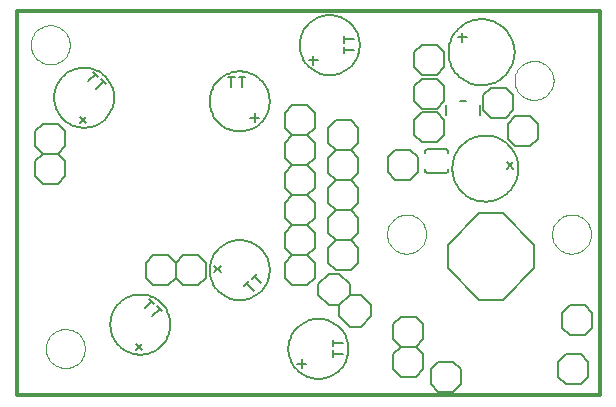
<source format=gto>
G75*
%MOIN*%
%OFA0B0*%
%FSLAX24Y24*%
%IPPOS*%
%LPD*%
%AMOC8*
5,1,8,0,0,1.08239X$1,22.5*
%
%ADD10C,0.0125*%
%ADD11C,0.0060*%
%ADD12C,0.0050*%
%ADD13C,0.0000*%
%ADD14C,0.0080*%
D10*
X000653Y001298D02*
X000653Y014098D01*
X020088Y014098D01*
X020088Y001298D01*
X000653Y001298D01*
D11*
X004636Y002812D02*
X004849Y003024D01*
X004849Y002812D02*
X004636Y003024D01*
X003778Y003660D02*
X003780Y003723D01*
X003786Y003785D01*
X003796Y003847D01*
X003809Y003909D01*
X003827Y003969D01*
X003848Y004028D01*
X003873Y004086D01*
X003902Y004142D01*
X003934Y004196D01*
X003969Y004248D01*
X004007Y004297D01*
X004049Y004345D01*
X004093Y004389D01*
X004141Y004431D01*
X004190Y004469D01*
X004242Y004504D01*
X004296Y004536D01*
X004352Y004565D01*
X004410Y004590D01*
X004469Y004611D01*
X004529Y004629D01*
X004591Y004642D01*
X004653Y004652D01*
X004715Y004658D01*
X004778Y004660D01*
X004841Y004658D01*
X004903Y004652D01*
X004965Y004642D01*
X005027Y004629D01*
X005087Y004611D01*
X005146Y004590D01*
X005204Y004565D01*
X005260Y004536D01*
X005314Y004504D01*
X005366Y004469D01*
X005415Y004431D01*
X005463Y004389D01*
X005507Y004345D01*
X005549Y004297D01*
X005587Y004248D01*
X005622Y004196D01*
X005654Y004142D01*
X005683Y004086D01*
X005708Y004028D01*
X005729Y003969D01*
X005747Y003909D01*
X005760Y003847D01*
X005770Y003785D01*
X005776Y003723D01*
X005778Y003660D01*
X005776Y003597D01*
X005770Y003535D01*
X005760Y003473D01*
X005747Y003411D01*
X005729Y003351D01*
X005708Y003292D01*
X005683Y003234D01*
X005654Y003178D01*
X005622Y003124D01*
X005587Y003072D01*
X005549Y003023D01*
X005507Y002975D01*
X005463Y002931D01*
X005415Y002889D01*
X005366Y002851D01*
X005314Y002816D01*
X005260Y002784D01*
X005204Y002755D01*
X005146Y002730D01*
X005087Y002709D01*
X005027Y002691D01*
X004965Y002678D01*
X004903Y002668D01*
X004841Y002662D01*
X004778Y002660D01*
X004715Y002662D01*
X004653Y002668D01*
X004591Y002678D01*
X004529Y002691D01*
X004469Y002709D01*
X004410Y002730D01*
X004352Y002755D01*
X004296Y002784D01*
X004242Y002816D01*
X004190Y002851D01*
X004141Y002889D01*
X004093Y002931D01*
X004049Y002975D01*
X004007Y003023D01*
X003969Y003072D01*
X003934Y003124D01*
X003902Y003178D01*
X003873Y003234D01*
X003848Y003292D01*
X003827Y003351D01*
X003809Y003411D01*
X003796Y003473D01*
X003786Y003535D01*
X003780Y003597D01*
X003778Y003660D01*
X005215Y004973D02*
X004965Y005223D01*
X004965Y005723D01*
X005215Y005973D01*
X005715Y005973D01*
X005965Y005723D01*
X006215Y005973D01*
X006715Y005973D01*
X006965Y005723D01*
X006965Y005223D01*
X006715Y004973D01*
X006215Y004973D01*
X005965Y005223D01*
X005715Y004973D01*
X005215Y004973D01*
X005965Y005223D02*
X005965Y005723D01*
X007242Y005614D02*
X007454Y005402D01*
X007454Y005614D02*
X007242Y005402D01*
X007090Y005473D02*
X007092Y005536D01*
X007098Y005598D01*
X007108Y005660D01*
X007121Y005722D01*
X007139Y005782D01*
X007160Y005841D01*
X007185Y005899D01*
X007214Y005955D01*
X007246Y006009D01*
X007281Y006061D01*
X007319Y006110D01*
X007361Y006158D01*
X007405Y006202D01*
X007453Y006244D01*
X007502Y006282D01*
X007554Y006317D01*
X007608Y006349D01*
X007664Y006378D01*
X007722Y006403D01*
X007781Y006424D01*
X007841Y006442D01*
X007903Y006455D01*
X007965Y006465D01*
X008027Y006471D01*
X008090Y006473D01*
X008153Y006471D01*
X008215Y006465D01*
X008277Y006455D01*
X008339Y006442D01*
X008399Y006424D01*
X008458Y006403D01*
X008516Y006378D01*
X008572Y006349D01*
X008626Y006317D01*
X008678Y006282D01*
X008727Y006244D01*
X008775Y006202D01*
X008819Y006158D01*
X008861Y006110D01*
X008899Y006061D01*
X008934Y006009D01*
X008966Y005955D01*
X008995Y005899D01*
X009020Y005841D01*
X009041Y005782D01*
X009059Y005722D01*
X009072Y005660D01*
X009082Y005598D01*
X009088Y005536D01*
X009090Y005473D01*
X009088Y005410D01*
X009082Y005348D01*
X009072Y005286D01*
X009059Y005224D01*
X009041Y005164D01*
X009020Y005105D01*
X008995Y005047D01*
X008966Y004991D01*
X008934Y004937D01*
X008899Y004885D01*
X008861Y004836D01*
X008819Y004788D01*
X008775Y004744D01*
X008727Y004702D01*
X008678Y004664D01*
X008626Y004629D01*
X008572Y004597D01*
X008516Y004568D01*
X008458Y004543D01*
X008399Y004522D01*
X008339Y004504D01*
X008277Y004491D01*
X008215Y004481D01*
X008153Y004475D01*
X008090Y004473D01*
X008027Y004475D01*
X007965Y004481D01*
X007903Y004491D01*
X007841Y004504D01*
X007781Y004522D01*
X007722Y004543D01*
X007664Y004568D01*
X007608Y004597D01*
X007554Y004629D01*
X007502Y004664D01*
X007453Y004702D01*
X007405Y004744D01*
X007361Y004788D01*
X007319Y004836D01*
X007281Y004885D01*
X007246Y004937D01*
X007214Y004991D01*
X007185Y005047D01*
X007160Y005105D01*
X007139Y005164D01*
X007121Y005224D01*
X007108Y005286D01*
X007098Y005348D01*
X007092Y005410D01*
X007090Y005473D01*
X009590Y005223D02*
X009590Y005723D01*
X009840Y005973D01*
X009590Y006223D01*
X009590Y006723D01*
X009840Y006973D01*
X009590Y007223D01*
X009590Y007723D01*
X009840Y007973D01*
X009590Y008223D01*
X009590Y008723D01*
X009840Y008973D01*
X009590Y009223D01*
X009590Y009723D01*
X009840Y009973D01*
X009590Y010223D01*
X009590Y010723D01*
X009840Y010973D01*
X010340Y010973D01*
X010590Y010723D01*
X010590Y010223D01*
X010340Y009973D01*
X010590Y009723D01*
X010590Y009223D01*
X010340Y008973D01*
X009840Y008973D01*
X010340Y008973D02*
X010590Y008723D01*
X010590Y008223D01*
X010340Y007973D01*
X010590Y007723D01*
X010590Y007223D01*
X010340Y006973D01*
X010590Y006723D01*
X010590Y006223D01*
X010340Y005973D01*
X010590Y005723D01*
X010590Y005223D01*
X010340Y004973D01*
X009840Y004973D01*
X009590Y005223D01*
X009840Y005973D02*
X010340Y005973D01*
X011040Y005723D02*
X011040Y006223D01*
X011290Y006473D01*
X011040Y006723D01*
X011040Y007223D01*
X011290Y007473D01*
X011040Y007723D01*
X011040Y008223D01*
X011290Y008473D01*
X011040Y008723D01*
X011040Y009223D01*
X011290Y009473D01*
X011040Y009723D01*
X011040Y010223D01*
X011290Y010473D01*
X011790Y010473D01*
X012040Y010223D01*
X012040Y009723D01*
X011790Y009473D01*
X012040Y009223D01*
X012040Y008723D01*
X011790Y008473D01*
X011290Y008473D01*
X011790Y008473D02*
X012040Y008223D01*
X012040Y007723D01*
X011790Y007473D01*
X012040Y007223D01*
X012040Y006723D01*
X011790Y006473D01*
X012040Y006223D01*
X012040Y005723D01*
X011790Y005473D01*
X011290Y005473D01*
X011040Y005723D01*
X011060Y005357D02*
X011414Y005357D01*
X011767Y005003D01*
X011767Y004650D01*
X012121Y004650D01*
X012474Y004296D01*
X012474Y003943D01*
X012121Y003589D01*
X011767Y003589D01*
X011414Y003943D01*
X011414Y004296D01*
X011060Y004296D01*
X010707Y004650D01*
X010707Y005003D01*
X011060Y005357D01*
X011767Y004650D02*
X011414Y004296D01*
X013215Y003673D02*
X013215Y003173D01*
X013465Y002923D01*
X013965Y002923D01*
X014215Y003173D01*
X014215Y003673D01*
X013965Y003923D01*
X013465Y003923D01*
X013215Y003673D01*
X013465Y002923D02*
X013215Y002673D01*
X013215Y002173D01*
X013465Y001923D01*
X013965Y001923D01*
X014215Y002173D01*
X014215Y002673D01*
X013965Y002923D01*
X014715Y002423D02*
X014465Y002173D01*
X014465Y001673D01*
X014715Y001423D01*
X015215Y001423D01*
X015465Y001673D01*
X015465Y002173D01*
X015215Y002423D01*
X014715Y002423D01*
X018715Y002423D02*
X018715Y001923D01*
X018965Y001673D01*
X019465Y001673D01*
X019715Y001923D01*
X019715Y002423D01*
X019465Y002673D01*
X018965Y002673D01*
X018715Y002423D01*
X019090Y003298D02*
X019590Y003298D01*
X019840Y003548D01*
X019840Y004048D01*
X019590Y004298D01*
X019090Y004298D01*
X018840Y004048D01*
X018840Y003548D01*
X019090Y003298D01*
X013778Y008485D02*
X013278Y008485D01*
X013028Y008735D01*
X013028Y009235D01*
X013278Y009485D01*
X013778Y009485D01*
X014028Y009235D01*
X014028Y008735D01*
X013778Y008485D01*
X014153Y009735D02*
X014653Y009735D01*
X014903Y009985D01*
X014903Y010485D01*
X014653Y010735D01*
X014153Y010735D01*
X013903Y010485D01*
X013903Y009985D01*
X014153Y009735D01*
X014153Y010860D02*
X014653Y010860D01*
X014903Y011110D01*
X014903Y011610D01*
X014653Y011860D01*
X014153Y011860D01*
X013903Y011610D01*
X013903Y011110D01*
X014153Y010860D01*
X014153Y011985D02*
X014653Y011985D01*
X014903Y012235D01*
X014903Y012735D01*
X014653Y012985D01*
X014153Y012985D01*
X013903Y012735D01*
X013903Y012235D01*
X014153Y011985D01*
X015503Y013085D02*
X015503Y013235D01*
X015503Y013385D01*
X015503Y013235D02*
X015353Y013235D01*
X015503Y013235D02*
X015653Y013235D01*
X015053Y012735D02*
X015055Y012801D01*
X015061Y012866D01*
X015071Y012931D01*
X015084Y012996D01*
X015102Y013059D01*
X015123Y013122D01*
X015148Y013182D01*
X015177Y013242D01*
X015209Y013299D01*
X015244Y013355D01*
X015283Y013408D01*
X015325Y013459D01*
X015369Y013507D01*
X015417Y013552D01*
X015467Y013595D01*
X015520Y013634D01*
X015575Y013671D01*
X015632Y013704D01*
X015691Y013733D01*
X015751Y013759D01*
X015813Y013781D01*
X015876Y013800D01*
X015940Y013814D01*
X016005Y013825D01*
X016071Y013832D01*
X016137Y013835D01*
X016202Y013834D01*
X016268Y013829D01*
X016333Y013820D01*
X016398Y013807D01*
X016461Y013791D01*
X016524Y013771D01*
X016585Y013746D01*
X016645Y013719D01*
X016703Y013688D01*
X016759Y013653D01*
X016813Y013615D01*
X016864Y013574D01*
X016913Y013530D01*
X016959Y013483D01*
X017003Y013434D01*
X017043Y013382D01*
X017080Y013327D01*
X017114Y013271D01*
X017144Y013212D01*
X017171Y013152D01*
X017194Y013091D01*
X017213Y013028D01*
X017229Y012964D01*
X017241Y012899D01*
X017249Y012834D01*
X017253Y012768D01*
X017253Y012702D01*
X017249Y012636D01*
X017241Y012571D01*
X017229Y012506D01*
X017213Y012442D01*
X017194Y012379D01*
X017171Y012318D01*
X017144Y012258D01*
X017114Y012199D01*
X017080Y012143D01*
X017043Y012088D01*
X017003Y012036D01*
X016959Y011987D01*
X016913Y011940D01*
X016864Y011896D01*
X016813Y011855D01*
X016759Y011817D01*
X016703Y011782D01*
X016645Y011751D01*
X016585Y011724D01*
X016524Y011699D01*
X016461Y011679D01*
X016398Y011663D01*
X016333Y011650D01*
X016268Y011641D01*
X016202Y011636D01*
X016137Y011635D01*
X016071Y011638D01*
X016005Y011645D01*
X015940Y011656D01*
X015876Y011670D01*
X015813Y011689D01*
X015751Y011711D01*
X015691Y011737D01*
X015632Y011766D01*
X015575Y011799D01*
X015520Y011836D01*
X015467Y011875D01*
X015417Y011918D01*
X015369Y011963D01*
X015325Y012011D01*
X015283Y012062D01*
X015244Y012115D01*
X015209Y012171D01*
X015177Y012228D01*
X015148Y012288D01*
X015123Y012348D01*
X015102Y012411D01*
X015084Y012474D01*
X015071Y012539D01*
X015061Y012604D01*
X015055Y012669D01*
X015053Y012735D01*
X016465Y011548D02*
X016215Y011298D01*
X016215Y010798D01*
X016465Y010548D01*
X016965Y010548D01*
X017215Y010798D01*
X017215Y011298D01*
X016965Y011548D01*
X016465Y011548D01*
X017278Y010610D02*
X017028Y010360D01*
X017028Y009860D01*
X017278Y009610D01*
X017778Y009610D01*
X018028Y009860D01*
X018028Y010360D01*
X017778Y010610D01*
X017278Y010610D01*
X017197Y009073D02*
X017091Y008967D01*
X017197Y008860D01*
X017091Y008967D02*
X016985Y008860D01*
X017091Y008967D02*
X016985Y009073D01*
X015178Y008860D02*
X015180Y008926D01*
X015186Y008991D01*
X015196Y009056D01*
X015209Y009121D01*
X015227Y009184D01*
X015248Y009247D01*
X015273Y009307D01*
X015302Y009367D01*
X015334Y009424D01*
X015369Y009480D01*
X015408Y009533D01*
X015450Y009584D01*
X015494Y009632D01*
X015542Y009677D01*
X015592Y009720D01*
X015645Y009759D01*
X015700Y009796D01*
X015757Y009829D01*
X015816Y009858D01*
X015876Y009884D01*
X015938Y009906D01*
X016001Y009925D01*
X016065Y009939D01*
X016130Y009950D01*
X016196Y009957D01*
X016262Y009960D01*
X016327Y009959D01*
X016393Y009954D01*
X016458Y009945D01*
X016523Y009932D01*
X016586Y009916D01*
X016649Y009896D01*
X016710Y009871D01*
X016770Y009844D01*
X016828Y009813D01*
X016884Y009778D01*
X016938Y009740D01*
X016989Y009699D01*
X017038Y009655D01*
X017084Y009608D01*
X017128Y009559D01*
X017168Y009507D01*
X017205Y009452D01*
X017239Y009396D01*
X017269Y009337D01*
X017296Y009277D01*
X017319Y009216D01*
X017338Y009153D01*
X017354Y009089D01*
X017366Y009024D01*
X017374Y008959D01*
X017378Y008893D01*
X017378Y008827D01*
X017374Y008761D01*
X017366Y008696D01*
X017354Y008631D01*
X017338Y008567D01*
X017319Y008504D01*
X017296Y008443D01*
X017269Y008383D01*
X017239Y008324D01*
X017205Y008268D01*
X017168Y008213D01*
X017128Y008161D01*
X017084Y008112D01*
X017038Y008065D01*
X016989Y008021D01*
X016938Y007980D01*
X016884Y007942D01*
X016828Y007907D01*
X016770Y007876D01*
X016710Y007849D01*
X016649Y007824D01*
X016586Y007804D01*
X016523Y007788D01*
X016458Y007775D01*
X016393Y007766D01*
X016327Y007761D01*
X016262Y007760D01*
X016196Y007763D01*
X016130Y007770D01*
X016065Y007781D01*
X016001Y007795D01*
X015938Y007814D01*
X015876Y007836D01*
X015816Y007862D01*
X015757Y007891D01*
X015700Y007924D01*
X015645Y007961D01*
X015592Y008000D01*
X015542Y008043D01*
X015494Y008088D01*
X015450Y008136D01*
X015408Y008187D01*
X015369Y008240D01*
X015334Y008296D01*
X015302Y008353D01*
X015273Y008413D01*
X015248Y008473D01*
X015227Y008536D01*
X015209Y008599D01*
X015196Y008664D01*
X015186Y008729D01*
X015180Y008794D01*
X015178Y008860D01*
X011790Y009473D02*
X011290Y009473D01*
X010340Y009973D02*
X009840Y009973D01*
X008740Y010548D02*
X008440Y010548D01*
X008590Y010698D02*
X008590Y010398D01*
X007090Y011098D02*
X007092Y011161D01*
X007098Y011223D01*
X007108Y011285D01*
X007121Y011347D01*
X007139Y011407D01*
X007160Y011466D01*
X007185Y011524D01*
X007214Y011580D01*
X007246Y011634D01*
X007281Y011686D01*
X007319Y011735D01*
X007361Y011783D01*
X007405Y011827D01*
X007453Y011869D01*
X007502Y011907D01*
X007554Y011942D01*
X007608Y011974D01*
X007664Y012003D01*
X007722Y012028D01*
X007781Y012049D01*
X007841Y012067D01*
X007903Y012080D01*
X007965Y012090D01*
X008027Y012096D01*
X008090Y012098D01*
X008153Y012096D01*
X008215Y012090D01*
X008277Y012080D01*
X008339Y012067D01*
X008399Y012049D01*
X008458Y012028D01*
X008516Y012003D01*
X008572Y011974D01*
X008626Y011942D01*
X008678Y011907D01*
X008727Y011869D01*
X008775Y011827D01*
X008819Y011783D01*
X008861Y011735D01*
X008899Y011686D01*
X008934Y011634D01*
X008966Y011580D01*
X008995Y011524D01*
X009020Y011466D01*
X009041Y011407D01*
X009059Y011347D01*
X009072Y011285D01*
X009082Y011223D01*
X009088Y011161D01*
X009090Y011098D01*
X009088Y011035D01*
X009082Y010973D01*
X009072Y010911D01*
X009059Y010849D01*
X009041Y010789D01*
X009020Y010730D01*
X008995Y010672D01*
X008966Y010616D01*
X008934Y010562D01*
X008899Y010510D01*
X008861Y010461D01*
X008819Y010413D01*
X008775Y010369D01*
X008727Y010327D01*
X008678Y010289D01*
X008626Y010254D01*
X008572Y010222D01*
X008516Y010193D01*
X008458Y010168D01*
X008399Y010147D01*
X008339Y010129D01*
X008277Y010116D01*
X008215Y010106D01*
X008153Y010100D01*
X008090Y010098D01*
X008027Y010100D01*
X007965Y010106D01*
X007903Y010116D01*
X007841Y010129D01*
X007781Y010147D01*
X007722Y010168D01*
X007664Y010193D01*
X007608Y010222D01*
X007554Y010254D01*
X007502Y010289D01*
X007453Y010327D01*
X007405Y010369D01*
X007361Y010413D01*
X007319Y010461D01*
X007281Y010510D01*
X007246Y010562D01*
X007214Y010616D01*
X007185Y010672D01*
X007160Y010730D01*
X007139Y010789D01*
X007121Y010849D01*
X007108Y010911D01*
X007098Y010973D01*
X007092Y011035D01*
X007090Y011098D01*
X010390Y012473D02*
X010690Y012473D01*
X010540Y012623D02*
X010540Y012323D01*
X010090Y012973D02*
X010092Y013036D01*
X010098Y013098D01*
X010108Y013160D01*
X010121Y013222D01*
X010139Y013282D01*
X010160Y013341D01*
X010185Y013399D01*
X010214Y013455D01*
X010246Y013509D01*
X010281Y013561D01*
X010319Y013610D01*
X010361Y013658D01*
X010405Y013702D01*
X010453Y013744D01*
X010502Y013782D01*
X010554Y013817D01*
X010608Y013849D01*
X010664Y013878D01*
X010722Y013903D01*
X010781Y013924D01*
X010841Y013942D01*
X010903Y013955D01*
X010965Y013965D01*
X011027Y013971D01*
X011090Y013973D01*
X011153Y013971D01*
X011215Y013965D01*
X011277Y013955D01*
X011339Y013942D01*
X011399Y013924D01*
X011458Y013903D01*
X011516Y013878D01*
X011572Y013849D01*
X011626Y013817D01*
X011678Y013782D01*
X011727Y013744D01*
X011775Y013702D01*
X011819Y013658D01*
X011861Y013610D01*
X011899Y013561D01*
X011934Y013509D01*
X011966Y013455D01*
X011995Y013399D01*
X012020Y013341D01*
X012041Y013282D01*
X012059Y013222D01*
X012072Y013160D01*
X012082Y013098D01*
X012088Y013036D01*
X012090Y012973D01*
X012088Y012910D01*
X012082Y012848D01*
X012072Y012786D01*
X012059Y012724D01*
X012041Y012664D01*
X012020Y012605D01*
X011995Y012547D01*
X011966Y012491D01*
X011934Y012437D01*
X011899Y012385D01*
X011861Y012336D01*
X011819Y012288D01*
X011775Y012244D01*
X011727Y012202D01*
X011678Y012164D01*
X011626Y012129D01*
X011572Y012097D01*
X011516Y012068D01*
X011458Y012043D01*
X011399Y012022D01*
X011339Y012004D01*
X011277Y011991D01*
X011215Y011981D01*
X011153Y011975D01*
X011090Y011973D01*
X011027Y011975D01*
X010965Y011981D01*
X010903Y011991D01*
X010841Y012004D01*
X010781Y012022D01*
X010722Y012043D01*
X010664Y012068D01*
X010608Y012097D01*
X010554Y012129D01*
X010502Y012164D01*
X010453Y012202D01*
X010405Y012244D01*
X010361Y012288D01*
X010319Y012336D01*
X010281Y012385D01*
X010246Y012437D01*
X010214Y012491D01*
X010185Y012547D01*
X010160Y012605D01*
X010139Y012664D01*
X010121Y012724D01*
X010108Y012786D01*
X010098Y012848D01*
X010092Y012910D01*
X010090Y012973D01*
X010340Y007973D02*
X009840Y007973D01*
X009840Y006973D02*
X010340Y006973D01*
X011290Y007473D02*
X011790Y007473D01*
X011790Y006473D02*
X011290Y006473D01*
X009715Y002848D02*
X009717Y002911D01*
X009723Y002973D01*
X009733Y003035D01*
X009746Y003097D01*
X009764Y003157D01*
X009785Y003216D01*
X009810Y003274D01*
X009839Y003330D01*
X009871Y003384D01*
X009906Y003436D01*
X009944Y003485D01*
X009986Y003533D01*
X010030Y003577D01*
X010078Y003619D01*
X010127Y003657D01*
X010179Y003692D01*
X010233Y003724D01*
X010289Y003753D01*
X010347Y003778D01*
X010406Y003799D01*
X010466Y003817D01*
X010528Y003830D01*
X010590Y003840D01*
X010652Y003846D01*
X010715Y003848D01*
X010778Y003846D01*
X010840Y003840D01*
X010902Y003830D01*
X010964Y003817D01*
X011024Y003799D01*
X011083Y003778D01*
X011141Y003753D01*
X011197Y003724D01*
X011251Y003692D01*
X011303Y003657D01*
X011352Y003619D01*
X011400Y003577D01*
X011444Y003533D01*
X011486Y003485D01*
X011524Y003436D01*
X011559Y003384D01*
X011591Y003330D01*
X011620Y003274D01*
X011645Y003216D01*
X011666Y003157D01*
X011684Y003097D01*
X011697Y003035D01*
X011707Y002973D01*
X011713Y002911D01*
X011715Y002848D01*
X011713Y002785D01*
X011707Y002723D01*
X011697Y002661D01*
X011684Y002599D01*
X011666Y002539D01*
X011645Y002480D01*
X011620Y002422D01*
X011591Y002366D01*
X011559Y002312D01*
X011524Y002260D01*
X011486Y002211D01*
X011444Y002163D01*
X011400Y002119D01*
X011352Y002077D01*
X011303Y002039D01*
X011251Y002004D01*
X011197Y001972D01*
X011141Y001943D01*
X011083Y001918D01*
X011024Y001897D01*
X010964Y001879D01*
X010902Y001866D01*
X010840Y001856D01*
X010778Y001850D01*
X010715Y001848D01*
X010652Y001850D01*
X010590Y001856D01*
X010528Y001866D01*
X010466Y001879D01*
X010406Y001897D01*
X010347Y001918D01*
X010289Y001943D01*
X010233Y001972D01*
X010179Y002004D01*
X010127Y002039D01*
X010078Y002077D01*
X010030Y002119D01*
X009986Y002163D01*
X009944Y002211D01*
X009906Y002260D01*
X009871Y002312D01*
X009839Y002366D01*
X009810Y002422D01*
X009785Y002480D01*
X009764Y002539D01*
X009746Y002599D01*
X009733Y002661D01*
X009723Y002723D01*
X009717Y002785D01*
X009715Y002848D01*
X010165Y002498D02*
X010165Y002198D01*
X010315Y002348D02*
X010015Y002348D01*
X002278Y008598D02*
X002028Y008348D01*
X001528Y008348D01*
X001278Y008598D01*
X001278Y009098D01*
X001528Y009348D01*
X001278Y009598D01*
X001278Y010098D01*
X001528Y010348D01*
X002028Y010348D01*
X002278Y010098D01*
X002278Y009598D01*
X002028Y009348D01*
X002278Y009098D01*
X002278Y008598D01*
X002028Y009348D02*
X001528Y009348D01*
X002761Y010374D02*
X002974Y010587D01*
X002761Y010587D02*
X002974Y010374D01*
X001903Y011223D02*
X001905Y011286D01*
X001911Y011348D01*
X001921Y011410D01*
X001934Y011472D01*
X001952Y011532D01*
X001973Y011591D01*
X001998Y011649D01*
X002027Y011705D01*
X002059Y011759D01*
X002094Y011811D01*
X002132Y011860D01*
X002174Y011908D01*
X002218Y011952D01*
X002266Y011994D01*
X002315Y012032D01*
X002367Y012067D01*
X002421Y012099D01*
X002477Y012128D01*
X002535Y012153D01*
X002594Y012174D01*
X002654Y012192D01*
X002716Y012205D01*
X002778Y012215D01*
X002840Y012221D01*
X002903Y012223D01*
X002966Y012221D01*
X003028Y012215D01*
X003090Y012205D01*
X003152Y012192D01*
X003212Y012174D01*
X003271Y012153D01*
X003329Y012128D01*
X003385Y012099D01*
X003439Y012067D01*
X003491Y012032D01*
X003540Y011994D01*
X003588Y011952D01*
X003632Y011908D01*
X003674Y011860D01*
X003712Y011811D01*
X003747Y011759D01*
X003779Y011705D01*
X003808Y011649D01*
X003833Y011591D01*
X003854Y011532D01*
X003872Y011472D01*
X003885Y011410D01*
X003895Y011348D01*
X003901Y011286D01*
X003903Y011223D01*
X003901Y011160D01*
X003895Y011098D01*
X003885Y011036D01*
X003872Y010974D01*
X003854Y010914D01*
X003833Y010855D01*
X003808Y010797D01*
X003779Y010741D01*
X003747Y010687D01*
X003712Y010635D01*
X003674Y010586D01*
X003632Y010538D01*
X003588Y010494D01*
X003540Y010452D01*
X003491Y010414D01*
X003439Y010379D01*
X003385Y010347D01*
X003329Y010318D01*
X003271Y010293D01*
X003212Y010272D01*
X003152Y010254D01*
X003090Y010241D01*
X003028Y010231D01*
X002966Y010225D01*
X002903Y010223D01*
X002840Y010225D01*
X002778Y010231D01*
X002716Y010241D01*
X002654Y010254D01*
X002594Y010272D01*
X002535Y010293D01*
X002477Y010318D01*
X002421Y010347D01*
X002367Y010379D01*
X002315Y010414D01*
X002266Y010452D01*
X002218Y010494D01*
X002174Y010538D01*
X002132Y010586D01*
X002094Y010635D01*
X002059Y010687D01*
X002027Y010741D01*
X001998Y010797D01*
X001973Y010855D01*
X001952Y010914D01*
X001934Y010974D01*
X001921Y011036D01*
X001911Y011098D01*
X001905Y011160D01*
X001903Y011223D01*
D12*
X003048Y011764D02*
X003289Y012004D01*
X003369Y011924D02*
X003208Y012085D01*
X003462Y011831D02*
X003623Y011670D01*
X003543Y011750D02*
X003302Y011510D01*
X007697Y011923D02*
X007924Y011923D01*
X007811Y011923D02*
X007811Y011583D01*
X008170Y011583D02*
X008170Y011923D01*
X008283Y011923D02*
X008056Y011923D01*
X011575Y012698D02*
X011575Y012925D01*
X011575Y012811D02*
X011915Y012811D01*
X011915Y013170D02*
X011575Y013170D01*
X011575Y013057D02*
X011575Y013284D01*
X016072Y007371D02*
X016859Y007371D01*
X017913Y006317D01*
X017913Y005529D01*
X016859Y004475D01*
X016072Y004475D01*
X015018Y005529D01*
X015018Y006317D01*
X016072Y007371D01*
X011540Y003045D02*
X011200Y003045D01*
X011200Y002932D02*
X011200Y003159D01*
X011200Y002800D02*
X011200Y002573D01*
X011200Y002686D02*
X011540Y002686D01*
X008560Y004775D02*
X008319Y005016D01*
X008239Y004936D02*
X008399Y005096D01*
X008493Y005190D02*
X008653Y005350D01*
X008573Y005270D02*
X008813Y005029D01*
X005498Y004108D02*
X005337Y004268D01*
X005418Y004188D02*
X005177Y003947D01*
X004923Y004201D02*
X005164Y004442D01*
X005083Y004522D02*
X005244Y004362D01*
D13*
X001628Y002860D02*
X001630Y002910D01*
X001636Y002960D01*
X001646Y003010D01*
X001659Y003058D01*
X001676Y003106D01*
X001697Y003152D01*
X001721Y003196D01*
X001749Y003238D01*
X001780Y003278D01*
X001814Y003315D01*
X001851Y003350D01*
X001890Y003381D01*
X001931Y003410D01*
X001975Y003435D01*
X002021Y003457D01*
X002068Y003475D01*
X002116Y003489D01*
X002165Y003500D01*
X002215Y003507D01*
X002265Y003510D01*
X002316Y003509D01*
X002366Y003504D01*
X002416Y003495D01*
X002464Y003483D01*
X002512Y003466D01*
X002558Y003446D01*
X002603Y003423D01*
X002646Y003396D01*
X002686Y003366D01*
X002724Y003333D01*
X002759Y003297D01*
X002792Y003258D01*
X002821Y003217D01*
X002847Y003174D01*
X002870Y003129D01*
X002889Y003082D01*
X002904Y003034D01*
X002916Y002985D01*
X002924Y002935D01*
X002928Y002885D01*
X002928Y002835D01*
X002924Y002785D01*
X002916Y002735D01*
X002904Y002686D01*
X002889Y002638D01*
X002870Y002591D01*
X002847Y002546D01*
X002821Y002503D01*
X002792Y002462D01*
X002759Y002423D01*
X002724Y002387D01*
X002686Y002354D01*
X002646Y002324D01*
X002603Y002297D01*
X002558Y002274D01*
X002512Y002254D01*
X002464Y002237D01*
X002416Y002225D01*
X002366Y002216D01*
X002316Y002211D01*
X002265Y002210D01*
X002215Y002213D01*
X002165Y002220D01*
X002116Y002231D01*
X002068Y002245D01*
X002021Y002263D01*
X001975Y002285D01*
X001931Y002310D01*
X001890Y002339D01*
X001851Y002370D01*
X001814Y002405D01*
X001780Y002442D01*
X001749Y002482D01*
X001721Y002524D01*
X001697Y002568D01*
X001676Y002614D01*
X001659Y002662D01*
X001646Y002710D01*
X001636Y002760D01*
X001630Y002810D01*
X001628Y002860D01*
X013003Y006673D02*
X013005Y006723D01*
X013011Y006773D01*
X013021Y006823D01*
X013034Y006871D01*
X013051Y006919D01*
X013072Y006965D01*
X013096Y007009D01*
X013124Y007051D01*
X013155Y007091D01*
X013189Y007128D01*
X013226Y007163D01*
X013265Y007194D01*
X013306Y007223D01*
X013350Y007248D01*
X013396Y007270D01*
X013443Y007288D01*
X013491Y007302D01*
X013540Y007313D01*
X013590Y007320D01*
X013640Y007323D01*
X013691Y007322D01*
X013741Y007317D01*
X013791Y007308D01*
X013839Y007296D01*
X013887Y007279D01*
X013933Y007259D01*
X013978Y007236D01*
X014021Y007209D01*
X014061Y007179D01*
X014099Y007146D01*
X014134Y007110D01*
X014167Y007071D01*
X014196Y007030D01*
X014222Y006987D01*
X014245Y006942D01*
X014264Y006895D01*
X014279Y006847D01*
X014291Y006798D01*
X014299Y006748D01*
X014303Y006698D01*
X014303Y006648D01*
X014299Y006598D01*
X014291Y006548D01*
X014279Y006499D01*
X014264Y006451D01*
X014245Y006404D01*
X014222Y006359D01*
X014196Y006316D01*
X014167Y006275D01*
X014134Y006236D01*
X014099Y006200D01*
X014061Y006167D01*
X014021Y006137D01*
X013978Y006110D01*
X013933Y006087D01*
X013887Y006067D01*
X013839Y006050D01*
X013791Y006038D01*
X013741Y006029D01*
X013691Y006024D01*
X013640Y006023D01*
X013590Y006026D01*
X013540Y006033D01*
X013491Y006044D01*
X013443Y006058D01*
X013396Y006076D01*
X013350Y006098D01*
X013306Y006123D01*
X013265Y006152D01*
X013226Y006183D01*
X013189Y006218D01*
X013155Y006255D01*
X013124Y006295D01*
X013096Y006337D01*
X013072Y006381D01*
X013051Y006427D01*
X013034Y006475D01*
X013021Y006523D01*
X013011Y006573D01*
X013005Y006623D01*
X013003Y006673D01*
X018503Y006673D02*
X018505Y006723D01*
X018511Y006773D01*
X018521Y006823D01*
X018534Y006871D01*
X018551Y006919D01*
X018572Y006965D01*
X018596Y007009D01*
X018624Y007051D01*
X018655Y007091D01*
X018689Y007128D01*
X018726Y007163D01*
X018765Y007194D01*
X018806Y007223D01*
X018850Y007248D01*
X018896Y007270D01*
X018943Y007288D01*
X018991Y007302D01*
X019040Y007313D01*
X019090Y007320D01*
X019140Y007323D01*
X019191Y007322D01*
X019241Y007317D01*
X019291Y007308D01*
X019339Y007296D01*
X019387Y007279D01*
X019433Y007259D01*
X019478Y007236D01*
X019521Y007209D01*
X019561Y007179D01*
X019599Y007146D01*
X019634Y007110D01*
X019667Y007071D01*
X019696Y007030D01*
X019722Y006987D01*
X019745Y006942D01*
X019764Y006895D01*
X019779Y006847D01*
X019791Y006798D01*
X019799Y006748D01*
X019803Y006698D01*
X019803Y006648D01*
X019799Y006598D01*
X019791Y006548D01*
X019779Y006499D01*
X019764Y006451D01*
X019745Y006404D01*
X019722Y006359D01*
X019696Y006316D01*
X019667Y006275D01*
X019634Y006236D01*
X019599Y006200D01*
X019561Y006167D01*
X019521Y006137D01*
X019478Y006110D01*
X019433Y006087D01*
X019387Y006067D01*
X019339Y006050D01*
X019291Y006038D01*
X019241Y006029D01*
X019191Y006024D01*
X019140Y006023D01*
X019090Y006026D01*
X019040Y006033D01*
X018991Y006044D01*
X018943Y006058D01*
X018896Y006076D01*
X018850Y006098D01*
X018806Y006123D01*
X018765Y006152D01*
X018726Y006183D01*
X018689Y006218D01*
X018655Y006255D01*
X018624Y006295D01*
X018596Y006337D01*
X018572Y006381D01*
X018551Y006427D01*
X018534Y006475D01*
X018521Y006523D01*
X018511Y006573D01*
X018505Y006623D01*
X018503Y006673D01*
X017253Y011798D02*
X017255Y011848D01*
X017261Y011898D01*
X017271Y011948D01*
X017284Y011996D01*
X017301Y012044D01*
X017322Y012090D01*
X017346Y012134D01*
X017374Y012176D01*
X017405Y012216D01*
X017439Y012253D01*
X017476Y012288D01*
X017515Y012319D01*
X017556Y012348D01*
X017600Y012373D01*
X017646Y012395D01*
X017693Y012413D01*
X017741Y012427D01*
X017790Y012438D01*
X017840Y012445D01*
X017890Y012448D01*
X017941Y012447D01*
X017991Y012442D01*
X018041Y012433D01*
X018089Y012421D01*
X018137Y012404D01*
X018183Y012384D01*
X018228Y012361D01*
X018271Y012334D01*
X018311Y012304D01*
X018349Y012271D01*
X018384Y012235D01*
X018417Y012196D01*
X018446Y012155D01*
X018472Y012112D01*
X018495Y012067D01*
X018514Y012020D01*
X018529Y011972D01*
X018541Y011923D01*
X018549Y011873D01*
X018553Y011823D01*
X018553Y011773D01*
X018549Y011723D01*
X018541Y011673D01*
X018529Y011624D01*
X018514Y011576D01*
X018495Y011529D01*
X018472Y011484D01*
X018446Y011441D01*
X018417Y011400D01*
X018384Y011361D01*
X018349Y011325D01*
X018311Y011292D01*
X018271Y011262D01*
X018228Y011235D01*
X018183Y011212D01*
X018137Y011192D01*
X018089Y011175D01*
X018041Y011163D01*
X017991Y011154D01*
X017941Y011149D01*
X017890Y011148D01*
X017840Y011151D01*
X017790Y011158D01*
X017741Y011169D01*
X017693Y011183D01*
X017646Y011201D01*
X017600Y011223D01*
X017556Y011248D01*
X017515Y011277D01*
X017476Y011308D01*
X017439Y011343D01*
X017405Y011380D01*
X017374Y011420D01*
X017346Y011462D01*
X017322Y011506D01*
X017301Y011552D01*
X017284Y011600D01*
X017271Y011648D01*
X017261Y011698D01*
X017255Y011748D01*
X017253Y011798D01*
X001128Y012985D02*
X001130Y013035D01*
X001136Y013085D01*
X001146Y013135D01*
X001159Y013183D01*
X001176Y013231D01*
X001197Y013277D01*
X001221Y013321D01*
X001249Y013363D01*
X001280Y013403D01*
X001314Y013440D01*
X001351Y013475D01*
X001390Y013506D01*
X001431Y013535D01*
X001475Y013560D01*
X001521Y013582D01*
X001568Y013600D01*
X001616Y013614D01*
X001665Y013625D01*
X001715Y013632D01*
X001765Y013635D01*
X001816Y013634D01*
X001866Y013629D01*
X001916Y013620D01*
X001964Y013608D01*
X002012Y013591D01*
X002058Y013571D01*
X002103Y013548D01*
X002146Y013521D01*
X002186Y013491D01*
X002224Y013458D01*
X002259Y013422D01*
X002292Y013383D01*
X002321Y013342D01*
X002347Y013299D01*
X002370Y013254D01*
X002389Y013207D01*
X002404Y013159D01*
X002416Y013110D01*
X002424Y013060D01*
X002428Y013010D01*
X002428Y012960D01*
X002424Y012910D01*
X002416Y012860D01*
X002404Y012811D01*
X002389Y012763D01*
X002370Y012716D01*
X002347Y012671D01*
X002321Y012628D01*
X002292Y012587D01*
X002259Y012548D01*
X002224Y012512D01*
X002186Y012479D01*
X002146Y012449D01*
X002103Y012422D01*
X002058Y012399D01*
X002012Y012379D01*
X001964Y012362D01*
X001916Y012350D01*
X001866Y012341D01*
X001816Y012336D01*
X001765Y012335D01*
X001715Y012338D01*
X001665Y012345D01*
X001616Y012356D01*
X001568Y012370D01*
X001521Y012388D01*
X001475Y012410D01*
X001431Y012435D01*
X001390Y012464D01*
X001351Y012495D01*
X001314Y012530D01*
X001280Y012567D01*
X001249Y012607D01*
X001221Y012649D01*
X001197Y012693D01*
X001176Y012739D01*
X001159Y012787D01*
X001146Y012835D01*
X001136Y012885D01*
X001130Y012935D01*
X001128Y012985D01*
D14*
X014338Y009504D02*
X014968Y009504D01*
X014984Y009499D01*
X015000Y009491D01*
X015014Y009481D01*
X015026Y009469D01*
X015036Y009454D01*
X015043Y009438D01*
X015047Y009421D01*
X015048Y009404D01*
X015046Y009386D01*
X014338Y009504D02*
X014322Y009499D01*
X014306Y009491D01*
X014292Y009481D01*
X014280Y009469D01*
X014270Y009454D01*
X014263Y009438D01*
X014259Y009421D01*
X014258Y009404D01*
X014260Y009386D01*
X014260Y008835D02*
X014258Y008817D01*
X014259Y008800D01*
X014263Y008783D01*
X014270Y008767D01*
X014280Y008752D01*
X014292Y008740D01*
X014306Y008730D01*
X014322Y008722D01*
X014338Y008717D01*
X014968Y008717D01*
X014984Y008722D01*
X015000Y008730D01*
X015014Y008740D01*
X015026Y008752D01*
X015036Y008767D01*
X015043Y008783D01*
X015047Y008800D01*
X015048Y008817D01*
X015046Y008835D01*
X014968Y010629D02*
X014968Y010967D01*
X015422Y011117D02*
X015634Y011117D01*
X016088Y010967D02*
X016088Y010629D01*
M02*

</source>
